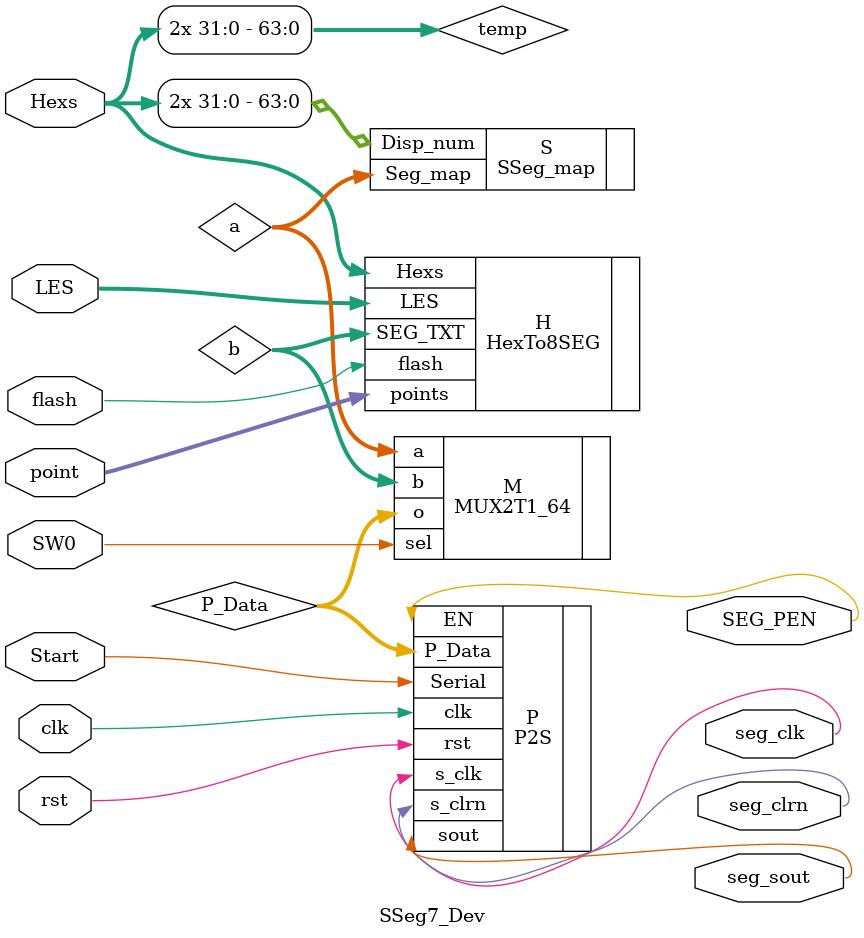
<source format=v>
`timescale 1ns / 1ps
module SSeg7_Dev(
		 input clk,
		 input rst,
		 input Start,
		 input SW0,
		 input flash,
		 input [31:0]Hexs,
		 input [7:0]point,
		 input [7:0]LES,
		 output seg_clk,
		 output seg_sout,
		 output SEG_PEN,
		 output seg_clrn
    );
	 
wire [63:0]a;
wire [63:0]b;
wire [63:0]P_Data;
wire [63:0]temp;

assign temp = {Hexs[31:0],Hexs[31:0]}; 

HexTo8SEG  H(.flash(flash),
             .Hexs(Hexs),
				 .points(point),
				 .LES(LES),
				 .SEG_TXT(b)
             );

SSeg_map   S(.Disp_num(temp),
				 .Seg_map(a)
				 );

MUX2T1_64  M(.a(a),
             .b(b),
				 .sel(SW0),
				 .o(P_Data)
				 );
				 
P2S        P(.clk(clk),
             .rst(rst),
				 .Serial(Start),
				 .P_Data(P_Data),
				 .s_clk(seg_clk),
				 .sout(seg_sout),
				 .EN(SEG_PEN),
				 .s_clrn(seg_clrn)
             );

endmodule


</source>
